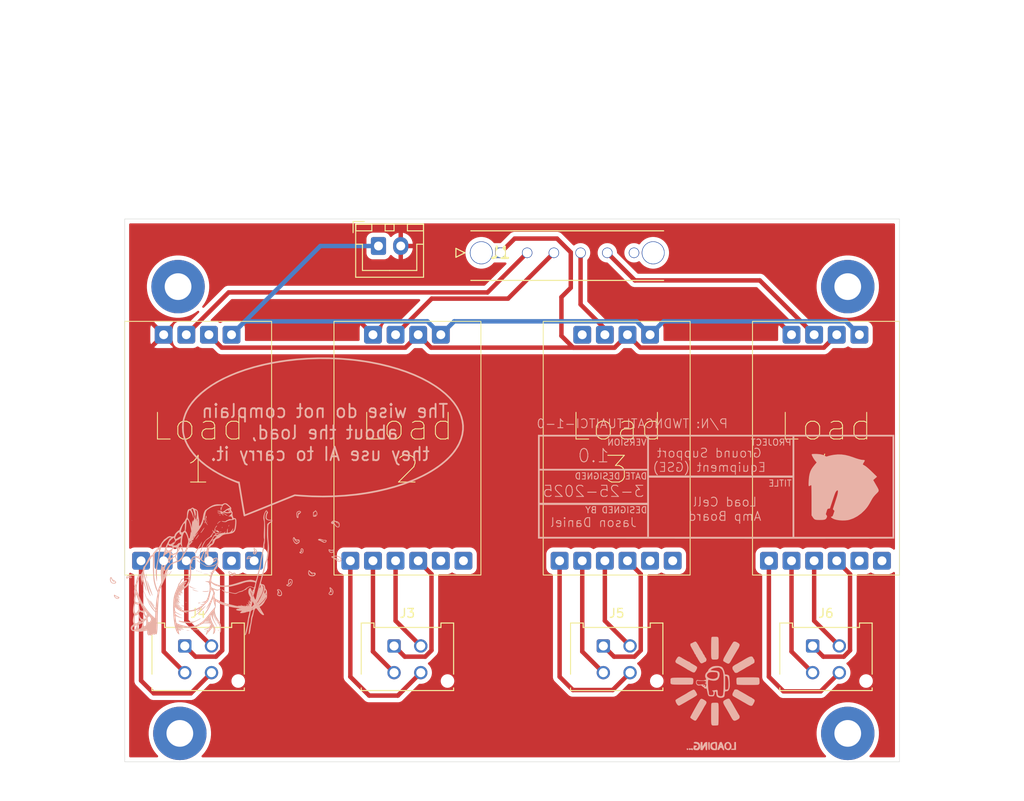
<source format=kicad_pcb>
(kicad_pcb (version 20241229) (generator "pcbnew") (generator_version "9.0")
  (layers (0 "F.Cu" signal) (2 "B.Cu" signal) (13 "F.Paste" user) (15 "B.Paste" user) (5 "F.SilkS" user "F.Silkscreen") (7 "B.SilkS" user "B.Silkscreen") (1 "F.Mask" user) (3 "B.Mask" user) (25 "Edge.Cuts" user))
  (net 0 "")
  (net 1 "GND")
  (net 2 "Net-(HX1-A+)")
  (net 3 "Net-(HX1-A-)")
  (net 4 "Net-(HX1-VCC)")
  (net 6 "Net-(HX1-E+)")
  (net 7 "Net-(HX1-DT)")
  (net 8 "Net-(HX1-SCK)")
  (net 9 "Net-(HX1-E-)")
  (net 12 "Net-(HX2-A-)")
  (net 13 "Net-(HX2-DT)")
  (net 15 "Net-(HX2-E-)")
  (net 16 "Net-(HX2-E+)")
  (net 17 "Net-(HX2-A+)")
  (net 18 "Net-(HX3-E-)")
  (net 21 "Net-(HX3-E+)")
  (net 22 "Net-(HX3-DT)")
  (net 23 "Net-(HX3-A+)")
  (net 24 "Net-(HX3-A-)")
  (net 25 "Net-(HX4-A+)")
  (net 27 "Net-(HX4-E-)")
  (net 28 "Net-(HX4-E+)")
  (net 29 "Net-(HX4-A-)")
  (net 31 "Net-(HX4-DT)")
  (footprint "=Custom Holes:M3 Plated Screwhole" (layer "F.Cu") (at 117.8 83.4)
    (property "Reference" "REF**" (hide yes))
    (property "Value" "M3 Plated Screwhole" (hide yes))
    (pad "1" thru_hole circle (at 0 0) (size 6 6) (drill 3) (layers "*.Cu" "*.Mask"))
  )
  (footprint "Connector_Molex:Molex_Micro-Fit_3.0_43045-0412_2x02_P3.00mm_Vertical" (layer "F.Cu") (at 189.055437 123.775437)
    (property "Reference" "J6" (at 1.5 -3.67 0) (layer "F.SilkS"))
    (property "Value" "Conn_01x04_Socket")
    (pad "" np_thru_hole circle (at -3 3.94) (size 1.02 1.02) (drill 1.02) (layers "*.Cu" "*.Mask"))
    (pad "" np_thru_hole circle (at 6 3.94) (size 1.02 1.02) (drill 1.02) (layers "*.Cu" "*.Mask"))
    (pad "1" thru_hole roundrect (at 0 0) (size 1.5 1.5) (drill 1.02) (layers "*.Cu" "*.Mask") (roundrect_rratio 0.166667) (net 25 "Net-(HX4-A+)"))
    (pad "2" thru_hole circle (at 3 0) (size 1.5 1.5) (drill 1.02) (layers "*.Cu" "*.Mask") (net 29 "Net-(HX4-A-)"))
    (pad "3" thru_hole circle (at 0 3) (size 1.5 1.5) (drill 1.02) (layers "*.Cu" "*.Mask") (net 27 "Net-(HX4-E-)"))
    (pad "4" thru_hole circle (at 3 3) (size 1.5 1.5) (drill 1.02) (layers "*.Cu" "*.Mask") (net 28 "Net-(HX4-E+)"))
  )
  (footprint "Connector_Molex:Molex_Micro-Fit_3.0_43650-0619_1x06_P3.00mm_Vertical" (layer "F.Cu") (at 154 79.6 180)
    (property "Reference" "J1" (at 0 0 0) (layer "F.SilkS") (effects (font (size 1.27 1.27) (thickness 0.254))))
    (property "Value" "Conn_01x06" (hide yes))
    (pad "1" thru_hole rect (at 0 0 180) (size 1.17 1.17) (drill 1.02) (layers "*.Cu" "*.Mask") (net 8 "Net-(HX1-SCK)"))
    (pad "2" thru_hole circle (at -3 0 180) (size 1.17 1.17) (drill 1.02) (layers "*.Cu" "*.Mask") (net 7 "Net-(HX1-DT)"))
    (pad "3" thru_hole circle (at -6 0 180) (size 1.17 1.17) (drill 1.02) (layers "*.Cu" "*.Mask") (net 13 "Net-(HX2-DT)"))
    (pad "4" thru_hole circle (at -9 0 180) (size 1.17 1.17) (drill 1.02) (layers "*.Cu" "*.Mask") (net 22 "Net-(HX3-DT)"))
    (pad "5" thru_hole circle (at -12 0 180) (size 1.17 1.17) (drill 1.02) (layers "*.Cu" "*.Mask") (net 31 "Net-(HX4-DT)"))
    (pad "6" thru_hole circle (at -15 0 180) (size 1.17 1.17) (drill 1.02) (layers "*.Cu" "*.Mask"))
    (pad "7" thru_hole circle (at 2.15 0 180) (size 2.56 2.56) (drill 2.41) (layers "*.Cu" "*.Mask"))
    (pad "8" thru_hole circle (at -17.15 0 180) (size 2.56 2.56) (drill 2.41) (layers "*.Cu" "*.Mask"))
  )
  (footprint "=Custom Holes:M3 Plated Screwhole" (layer "F.Cu") (at 118 133.6)
    (property "Reference" "REF**" (hide yes))
    (property "Value" "M3 Plated Screwhole" (hide yes))
    (pad "1" thru_hole circle (at 0 0) (size 6 6) (drill 3) (layers "*.Cu" "*.Mask"))
  )
  (footprint "_Arduino_Custom:HX711 Load Cell Amp Board" (layer "F.Cu") (at 170.805437 88.805437 90)
    (property "Reference" "HX3" (hide yes))
    (property "Value" "~" (hide yes))
    (pad "1" thru_hole roundrect (at 0 0 90) (size 2 2) (drill 1) (layers "*.Cu" "*.Mask") (roundrect_rratio 0.15) (net 4 "Net-(HX1-VCC)"))
    (pad "2" thru_hole roundrect (at 0 -2.54 90) (size 2 2) (drill 1) (layers "*.Cu" "*.Mask") (roundrect_rratio 0.15) (net 8 "Net-(HX1-SCK)"))
    (pad "3" thru_hole roundrect (at 0 -5.08 90) (size 2 2) (drill 1) (layers "*.Cu" "*.Mask") (roundrect_rratio 0.15) (net 22 "Net-(HX3-DT)"))
    (pad "4" thru_hole roundrect (at 0 -7.62 90) (size 2 2) (drill 1) (layers "*.Cu" "*.Mask") (roundrect_rratio 0.15) (net 1 "GND"))
    (pad "5" thru_hole roundrect (at -25.4 -10.16 90) (size 2 2) (drill 1) (layers "*.Cu" "*.Mask") (roundrect_rratio 0.15) (net 21 "Net-(HX3-E+)"))
    (pad "6" thru_hole roundrect (at -25.4 -7.62 90) (size 2 2) (drill 1) (layers "*.Cu" "*.Mask") (roundrect_rratio 0.15) (net 18 "Net-(HX3-E-)"))
    (pad "7" thru_hole roundrect (at -25.4 -5.08 90) (size 2 2) (drill 1) (layers "*.Cu" "*.Mask") (roundrect_rratio 0.15) (net 24 "Net-(HX3-A-)"))
    (pad "8" thru_hole roundrect (at -25.4 -2.54 90) (size 2 2) (drill 1) (layers "*.Cu" "*.Mask") (roundrect_rratio 0.15) (net 23 "Net-(HX3-A+)"))
    (pad "9" thru_hole roundrect (at -25.4 0 90) (size 2 2) (drill 1) (layers "*.Cu" "*.Mask") (roundrect_rratio 0.15))
    (pad "10" thru_hole roundrect (at -25.4 2.54 90) (size 2 2) (drill 1) (layers "*.Cu" "*.Mask") (roundrect_rratio 0.15))
  )
  (footprint "_Arduino_Custom:HX711 Load Cell Amp Board" (layer "F.Cu") (at 123.805437 88.805437 90)
    (property "Reference" "HX1" (hide yes))
    (property "Value" "~" (hide yes))
    (pad "1" thru_hole roundrect (at 0 0 90) (size 2 2) (drill 1) (layers "*.Cu" "*.Mask") (roundrect_rratio 0.15) (net 4 "Net-(HX1-VCC)"))
    (pad "2" thru_hole roundrect (at 0 -2.54 90) (size 2 2) (drill 1) (layers "*.Cu" "*.Mask") (roundrect_rratio 0.15) (net 8 "Net-(HX1-SCK)"))
    (pad "3" thru_hole roundrect (at 0 -5.08 90) (size 2 2) (drill 1) (layers "*.Cu" "*.Mask") (roundrect_rratio 0.15) (net 7 "Net-(HX1-DT)"))
    (pad "4" thru_hole roundrect (at 0 -7.62 90) (size 2 2) (drill 1) (layers "*.Cu" "*.Mask") (roundrect_rratio 0.15) (net 1 "GND"))
    (pad "5" thru_hole roundrect (at -25.4 -10.16 90) (size 2 2) (drill 1) (layers "*.Cu" "*.Mask") (roundrect_rratio 0.15) (net 6 "Net-(HX1-E+)"))
    (pad "6" thru_hole roundrect (at -25.4 -7.62 90) (size 2 2) (drill 1) (layers "*.Cu" "*.Mask") (roundrect_rratio 0.15) (net 9 "Net-(HX1-E-)"))
    (pad "7" thru_hole roundrect (at -25.4 -5.08 90) (size 2 2) (drill 1) (layers "*.Cu" "*.Mask") (roundrect_rratio 0.15) (net 3 "Net-(HX1-A-)"))
    (pad "8" thru_hole roundrect (at -25.4 -2.54 90) (size 2 2) (drill 1) (layers "*.Cu" "*.Mask") (roundrect_rratio 0.15) (net 2 "Net-(HX1-A+)"))
    (pad "9" thru_hole roundrect (at -25.4 0 90) (size 2 2) (drill 1) (layers "*.Cu" "*.Mask") (roundrect_rratio 0.15))
    (pad "10" thru_hole roundrect (at -25.4 2.54 90) (size 2 2) (drill 1) (layers "*.Cu" "*.Mask") (roundrect_rratio 0.15))
  )
  (footprint "Connector_Molex:Molex_Micro-Fit_3.0_43045-0412_2x02_P3.00mm_Vertical" (layer "F.Cu") (at 142.055437 123.775437)
    (property "Reference" "J3" (at 1.5 -3.67 0) (layer "F.SilkS"))
    (property "Value" "Conn_01x04_Socket")
    (pad "" np_thru_hole circle (at -3 3.94) (size 1.02 1.02) (drill 1.02) (layers "*.Cu" "*.Mask"))
    (pad "" np_thru_hole circle (at 6 3.94) (size 1.02 1.02) (drill 1.02) (layers "*.Cu" "*.Mask"))
    (pad "1" thru_hole roundrect (at 0 0) (size 1.5 1.5) (drill 1.02) (layers "*.Cu" "*.Mask") (roundrect_rratio 0.166667) (net 17 "Net-(HX2-A+)"))
    (pad "2" thru_hole circle (at 3 0) (size 1.5 1.5) (drill 1.02) (layers "*.Cu" "*.Mask") (net 12 "Net-(HX2-A-)"))
    (pad "3" thru_hole circle (at 0 3) (size 1.5 1.5) (drill 1.02) (layers "*.Cu" "*.Mask") (net 15 "Net-(HX2-E-)"))
    (pad "4" thru_hole circle (at 3 3) (size 1.5 1.5) (drill 1.02) (layers "*.Cu" "*.Mask") (net 16 "Net-(HX2-E+)"))
  )
  (footprint "=Custom Holes:M3 Plated Screwhole" (layer "F.Cu") (at 193 83.4)
    (property "Reference" "REF**" (hide yes))
    (property "Value" "M3 Plated Screwhole" (hide yes))
    (pad "1" thru_hole circle (at 0 0) (size 6 6) (drill 3) (layers "*.Cu" "*.Mask"))
  )
  (footprint "_Arduino_Custom:HX711 Load Cell Amp Board" (layer "F.Cu") (at 194.305437 88.805437 90)
    (property "Reference" "HX4" (hide yes))
    (property "Value" "~" (hide yes))
    (pad "1" thru_hole roundrect (at 0 0 90) (size 2 2) (drill 1) (layers "*.Cu" "*.Mask") (roundrect_rratio 0.15) (net 4 "Net-(HX1-VCC)"))
    (pad "2" thru_hole roundrect (at 0 -2.54 90) (size 2 2) (drill 1) (layers "*.Cu" "*.Mask") (roundrect_rratio 0.15) (net 8 "Net-(HX1-SCK)"))
    (pad "3" thru_hole roundrect (at 0 -5.08 90) (size 2 2) (drill 1) (layers "*.Cu" "*.Mask") (roundrect_rratio 0.15) (net 31 "Net-(HX4-DT)"))
    (pad "4" thru_hole roundrect (at 0 -7.62 90) (size 2 2) (drill 1) (layers "*.Cu" "*.Mask") (roundrect_rratio 0.15) (net 1 "GND"))
    (pad "5" thru_hole roundrect (at -25.4 -10.16 90) (size 2 2) (drill 1) (layers "*.Cu" "*.Mask") (roundrect_rratio 0.15) (net 28 "Net-(HX4-E+)"))
    (pad "6" thru_hole roundrect (at -25.4 -7.62 90) (size 2 2) (drill 1) (layers "*.Cu" "*.Mask") (roundrect_rratio 0.15) (net 27 "Net-(HX4-E-)"))
    (pad "7" thru_hole roundrect (at -25.4 -5.08 90) (size 2 2) (drill 1) (layers "*.Cu" "*.Mask") (roundrect_rratio 0.15) (net 29 "Net-(HX4-A-)"))
    (pad "8" thru_hole roundrect (at -25.4 -2.54 90) (size 2 2) (drill 1) (layers "*.Cu" "*.Mask") (roundrect_rratio 0.15) (net 25 "Net-(HX4-A+)"))
    (pad "9" thru_hole roundrect (at -25.4 0 90) (size 2 2) (drill 1) (layers "*.Cu" "*.Mask") (roundrect_rratio 0.15))
    (pad "10" thru_hole roundrect (at -25.4 2.54 90) (size 2 2) (drill 1) (layers "*.Cu" "*.Mask") (roundrect_rratio 0.15))
  )
  (footprint "Connector_Molex:Molex_Micro-Fit_3.0_43045-0412_2x02_P3.00mm_Vertical" (layer "F.Cu") (at 118.555437 123.775437)
    (property "Reference" "J4" (at 1.5 -3.67 0) (layer "F.SilkS"))
    (property "Value" "Conn_01x04_Socket")
    (pad "" np_thru_hole circle (at -3 3.94) (size 1.02 1.02) (drill 1.02) (layers "*.Cu" "*.Mask"))
    (pad "" np_thru_hole circle (at 6 3.94) (size 1.02 1.02) (drill 1.02) (layers "*.Cu" "*.Mask"))
    (pad "1" thru_hole roundrect (at 0 0) (size 1.5 1.5) (drill 1.02) (layers "*.Cu" "*.Mask") (roundrect_rratio 0.166667) (net 2 "Net-(HX1-A+)"))
    (pad "2" thru_hole circle (at 3 0) (size 1.5 1.5) (drill 1.02) (layers "*.Cu" "*.Mask") (net 3 "Net-(HX1-A-)"))
    (pad "3" thru_hole circle (at 0 3) (size 1.5 1.5) (drill 1.02) (layers "*.Cu" "*.Mask") (net 9 "Net-(HX1-E-)"))
    (pad "4" thru_hole circle (at 3 3) (size 1.5 1.5) (drill 1.02) (layers "*.Cu" "*.Mask") (net 6 "Net-(HX1-E+)"))
  )
  (footprint "Connector_JST:JST_XH_B2B-XH-A_1x02_P2.50mm_Vertical" (layer "F.Cu") (at 140.305437 78.834562)
    (property "Reference" "J2" (hide yes))
    (property "Value" "Conn_01x02")
    (pad "1" thru_hole roundrect (at 0 0) (size 1.7 2) (drill 1) (layers "*.Cu" "*.Mask") (roundrect_rratio 0.147059) (net 4 "Net-(HX1-VCC)"))
    (pad "2" thru_hole oval (at 2.5 0) (size 1.7 2) (drill 1) (layers "*.Cu" "*.Mask") (net 1 "GND"))
  )
  (footprint "_Arduino_Custom:HX711 Load Cell Amp Board" (layer "F.Cu") (at 147.305437 88.805437 90)
    (property "Reference" "HX2" (hide yes))
    (property "Value" "~" (hide yes))
    (pad "1" thru_hole roundrect (at 0 0 90) (size 2 2) (drill 1) (layers "*.Cu" "*.Mask") (roundrect_rratio 0.15) (net 4 "Net-(HX1-VCC)"))
    (pad "2" thru_hole roundrect (at 0 -2.54 90) (size 2 2) (drill 1) (layers "*.Cu" "*.Mask") (roundrect_rratio 0.15) (net 8 "Net-(HX1-SCK)"))
    (pad "3" thru_hole roundrect (at 0 -5.08 90) (size 2 2) (drill 1) (layers "*.Cu" "*.Mask") (roundrect_rratio 0.15) (net 13 "Net-(HX2-DT)"))
    (pad "4" thru_hole roundrect (at 0 -7.62 90) (size 2 2) (drill 1) (layers "*.Cu" "*.Mask") (roundrect_rratio 0.15) (net 1 "GND"))
    (pad "5" thru_hole roundrect (at -25.4 -10.16 90) (size 2 2) (drill 1) (layers "*.Cu" "*.Mask") (roundrect_rratio 0.15) (net 16 "Net-(HX2-E+)"))
    (pad "6" thru_hole roundrect (at -25.4 -7.62 90) (size 2 2) (drill 1) (layers "*.Cu" "*.Mask") (roundrect_rratio 0.15) (net 15 "Net-(HX2-E-)"))
    (pad "7" thru_hole roundrect (at -25.4 -5.08 90) (size 2 2) (drill 1) (layers "*.Cu" "*.Mask") (roundrect_rratio 0.15) (net 12 "Net-(HX2-A-)"))
    (pad "8" thru_hole roundrect (at -25.4 -2.54 90) (size 2 2) (drill 1) (layers "*.Cu" "*.Mask") (roundrect_rratio 0.15) (net 17 "Net-(HX2-A+)"))
    (pad "9" thru_hole roundrect (at -25.4 0 90) (size 2 2) (drill 1) (layers "*.Cu" "*.Mask") (roundrect_rratio 0.15))
    (pad "10" thru_hole roundrect (at -25.4 2.54 90) (size 2 2) (drill 1) (layers "*.Cu" "*.Mask") (roundrect_rratio 0.15))
  )
  (footprint "Connector_Molex:Molex_Micro-Fit_3.0_43045-0412_2x02_P3.00mm_Vertical" (layer "F.Cu") (at 165.555437 123.775437)
    (property "Reference" "J5" (at 1.5 -3.67 0) (layer "F.SilkS"))
    (property "Value" "Conn_01x04_Socket")
    (pad "" np_thru_hole circle (at -3 3.94) (size 1.02 1.02) (drill 1.02) (layers "*.Cu" "*.Mask"))
    (pad "" np_thru_hole circle (at 6 3.94) (size 1.02 1.02) (drill 1.02) (layers "*.Cu" "*.Mask"))
    (pad "1" thru_hole roundrect (at 0 0) (size 1.5 1.5) (drill 1.02) (layers "*.Cu" "*.Mask") (roundrect_rratio 0.166667) (net 23 "Net-(HX3-A+)"))
    (pad "2" thru_hole circle (at 3 0) (size 1.5 1.5) (drill 1.02) (layers "*.Cu" "*.Mask") (net 24 "Net-(HX3-A-)"))
    (pad "3" thru_hole circle (at 0 3) (size 1.5 1.5) (drill 1.02) (layers "*.Cu" "*.Mask") (net 18 "Net-(HX3-E-)"))
    (pad "4" thru_hole circle (at 3 3) (size 1.5 1.5) (drill 1.02) (layers "*.Cu" "*.Mask") (net 21 "Net-(HX3-E+)"))
  )
  (footprint "=Custom Holes:M3 Plated Screwhole" (layer "F.Cu") (at 193 133.6)
    (property "Reference" "REF**" (hide yes))
    (property "Value" "M3 Plated Screwhole" (hide yes))
    (pad "1" thru_hole circle (at 0 0) (size 6 6) (drill 3) (layers "*.Cu" "*.Mask"))
  )
  (footprint "=Graphics:Amogus Gun 10x10" (layer "B.Cu") (at 178.1 129.1 180)
    (property "Reference" "G***" (hide yes))
    (property "Value" "LOGO" (hide yes))
  )
  (footprint "=Graphics:Oogway wisdom 40x32" (layer "B.Cu") (at 130 106.8 180)
    (property "Reference" "G***" (hide yes))
    (property "Value" "LOGO" (hide yes))
  )
  (footprint "=Graphics:NCR TItle Block 40x11.7mm" (layer "B.Cu") (at 178.2 105.9 180)
    (property "Reference" "G***" (hide yes))
    (property "Value" "LOGO" (hide yes))
    (fp_text user "DESIGNED BY" (at 11.2 -2.6 0) (layer "B.SilkS") (effects (font (size 0.7 0.7) (thickness 0.1)) (justify mirror)))
    (fp_text user "DATE DESIGNED" (at 11.8 1.2 0) (layer "B.SilkS") (effects (font (size 0.7 0.7) (thickness 0.1)) (justify mirror)))
    (fp_text user "VERSION" (at 10 5 0) (layer "B.SilkS") (effects (font (size 0.7 0.7) (thickness 0.1)) (justify mirror)))
    (fp_text user "PROJECT" (at -6.2 5 0) (layer "B.SilkS") (effects (font (size 0.7 0.7) (thickness 0.1)) (justify mirror)))
    (fp_text user "TITLE" (at -7.2 0.4 0) (layer "B.SilkS") (effects (font (size 0.7 0.7) (thickness 0.1)) (justify mirror)))
  )
  (gr_rect (start 111.805437 75.794562) (end 198.805437 136.794562) (stroke (width 0.05)) (fill no) (layer "Edge.Cuts"))
  (gr_text "Load\n1" (at 120.055437 101.555437 0) (layer "F.SilkS") (effects (font (size 3 3) (thickness 0.1))))
  (gr_text "Load\n3" (at 167.055437 101.555437 0) (layer "F.SilkS") (effects (font (size 3 3) (thickness 0.1))))
  (gr_text "Load\n2" (at 143.555437 101.555437 0) (layer "F.SilkS") (effects (font (size 3 3) (thickness 0.1))))
  (gr_text "Load\n4" (at 190.555437 101.555437 0) (layer "F.SilkS") (effects (font (size 3 3) (thickness 0.1))))
  (gr_text "The wise do not complain \nabout the load, \nthey use AI to carry it." (at 133.75 99.8 0) (layer "B.SilkS") (effects (font (size 1.5 1.4) (thickness 0.2)) (justify mirror)))
  (gr_text "P/N: TWDNCATLTUAITCI-1-0" (at 168.8 98.8 0) (layer "B.SilkS") (effects (font (size 1 1) (thickness 0.1)) (justify mirror)))
  (gr_text "Jason Daniel" (at 164.444985 109.9 0) (layer "B.SilkS") (effects (font (size 1 1) (thickness 0.1)) (justify mirror)))
  (gr_text "3-25-2025" (at 164.45 106.4 0) (layer "B.SilkS") (effects (font (size 1.25 1.25) (thickness 0.1)) (justify mirror)))
  (gr_text "1.0" (at 164.45 102.4 0) (layer "B.SilkS") (effects (font (size 1.5 1.5) (thickness 0.1)) (justify mirror)))
  (gr_text "Load Cell\nAmp Board" (at 179.2 108.4 0) (layer "B.SilkS") (effects (font (size 1 1) (thickness 0.1)) (justify mirror)))
  (gr_text "Ground Support\nEquipment (GSE)" (at 177.45 102.9 0) (layer "B.SilkS") (effects (font (size 1 1) (thickness 0.1)) (justify mirror)))
  (segment (start 122.756437 115.696437) (end 122.756437 124.272908) (width 0.5) (layer "F.Cu") (net 2))
  (segment (start 119.756437 124.976437) (end 118.555437 123.775437) (width 0.5) (layer "F.Cu") (net 2))
  (segment (start 122.756437 124.272908) (end 122.052908 124.976437) (width 0.5) (layer "F.Cu") (net 2))
  (segment (start 121.265437 114.205437) (end 122.756437 115.696437) (width 0.5) (layer "F.Cu") (net 2))
  (segment (start 122.052908 124.976437) (end 119.756437 124.976437) (width 0.5) (layer "F.Cu") (net 2))
  (segment (start 118.725437 114.205437) (end 118.725437 120.945437) (width 0.5) (layer "F.Cu") (net 3))
  (segment (start 118.725437 120.945437) (end 121.555437 123.775437) (width 0.5) (layer "F.Cu") (net 3))
  (segment (start 147.305437 88.805437) (end 148.810874 87.3) (width 0.5) (layer "B.Cu") (net 4))
  (segment (start 145.8 87.3) (end 147.305437 88.805437) (width 0.5) (layer "B.Cu") (net 4))
  (segment (start 140.305437 78.834562) (end 133.776312 78.834562) (width 0.5) (layer "B.Cu") (net 4))
  (segment (start 192.8 87.3) (end 194.305437 88.805437) (width 0.5) (layer "B.Cu") (net 4))
  (segment (start 125.310874 87.3) (end 145.8 87.3) (width 0.5) (layer "B.Cu") (net 4))
  (segment (start 172.310874 87.3) (end 192.8 87.3) (width 0.5) (layer "B.Cu") (net 4))
  (segment (start 169.3 87.3) (end 170.805437 88.805437) (width 0.5) (layer "B.Cu") (net 4))
  (segment (start 170.805437 88.805437) (end 172.310874 87.3) (width 0.5) (layer "B.Cu") (net 4))
  (segment (start 123.805437 88.805437) (end 125.310874 87.3) (width 0.5) (layer "B.Cu") (net 4))
  (segment (start 148.810874 87.3) (end 169.3 87.3) (width 0.5) (layer "B.Cu") (net 4))
  (segment (start 133.776312 78.834562) (end 123.805437 88.805437) (width 0.5) (layer "B.Cu") (net 4))
  (segment (start 113.645437 114.205437) (end 113.645437 127.670437) (width 0.5) (layer "F.Cu") (net 6))
  (segment (start 113.645437 127.670437) (end 115.075 129.1) (width 0.5) (layer "F.Cu") (net 6))
  (segment (start 119.230874 129.1) (end 121.555437 126.775437) (width 0.5) (layer "F.Cu") (net 6))
  (segment (start 115.075 129.1) (end 119.230874 129.1) (width 0.5) (layer "F.Cu") (net 6))
  (segment (start 157 79.6) (end 152.551 84.049) (width 0.5) (layer "F.Cu") (net 7))
  (segment (start 152.551 84.049) (end 123.481874 84.049) (width 0.5) (layer "F.Cu") (net 7))
  (segment (start 123.481874 84.049) (end 118.725437 88.805437) (width 0.5) (layer "F.Cu") (net 7))
  (segment (start 160.35 78) (end 161.9 79.55) (width 0.5) (layer "F.Cu") (net 8))
  (segment (start 122.716437 90.256437) (end 121.265437 88.805437) (width 0.5) (layer "F.Cu") (net 8))
  (segment (start 160.85 88.932076) (end 162.174361 90.256437) (width 0.5) (layer "F.Cu") (net 8))
  (segment (start 146.216437 90.256437) (end 144.765437 88.805437) (width 0.5) (layer "F.Cu") (net 8))
  (segment (start 162.174361 90.256437) (end 166.814437 90.256437) (width 0.5) (layer "F.Cu") (net 8))
  (segment (start 161.9 83.525) (end 160.85 84.575) (width 0.5) (layer "F.Cu") (net 8))
  (segment (start 166.814437 90.256437) (end 146.216437 90.256437) (width 0.5) (layer "F.Cu") (net 8))
  (segment (start 160.85 84.575) (end 160.85 88.932076) (width 0.5) (layer "F.Cu") (net 8))
  (segment (start 143.314437 90.256437) (end 122.716437 90.256437) (width 0.5) (layer "F.Cu") (net 8))
  (segment (start 161.9 79.55) (end 161.9 83.525) (width 0.5) (layer "F.Cu") (net 8))
  (segment (start 168.265437 88.805437) (end 169.716437 90.256437) (width 0.5) (layer "F.Cu") (net 8))
  (segment (start 154 79.6) (end 155.6 78) (width 0.5) (layer "F.Cu") (net 8))
  (segment (start 155.6 78) (end 160.35 78) (width 0.5) (layer "F.Cu") (net 8))
  (segment (start 190.314437 90.256437) (end 191.765437 88.805437) (width 0.5) (layer "F.Cu") (net 8))
  (segment (start 169.716437 90.256437) (end 190.314437 90.256437) (width 0.5) (layer "F.Cu") (net 8))
  (segment (start 168.265437 88.805437) (end 166.814437 90.256437) (width 0.5) (layer "F.Cu") (net 8))
  (segment (start 144.765437 88.805437) (end 143.314437 90.256437) (width 0.5) (layer "F.Cu") (net 8))
  (segment (start 116.185437 114.205437) (end 116.185437 124.405437) (width 0.5) (layer "F.Cu") (net 9))
  (segment (start 116.185437 124.405437) (end 118.555437 126.775437) (width 0.5) (layer "F.Cu") (net 9))
  (segment (start 142.225437 120.945437) (end 145.055437 123.775437) (width 0.5) (layer "F.Cu") (net 12))
  (segment (start 142.225437 114.205437) (end 142.225437 120.945437) (width 0.5) (layer "F.Cu") (net 12))
  (segment (start 146.280874 84.75) (end 142.225437 88.805437) (width 0.5) (layer "F.Cu") (net 13))
  (segment (start 154.85 84.75) (end 146.280874 84.75) (width 0.5) (layer "F.Cu") (net 13))
  (segment (start 160 79.6) (end 154.85 84.75) (width 0.5) (layer "F.Cu") (net 13))
  (segment (start 139.685437 114.205437) (end 139.685437 124.405437) (width 0.5) (layer "F.Cu") (net 15))
  (segment (start 139.685437 124.405437) (end 142.055437 126.775437) (width 0.5) (layer "F.Cu") (net 15))
  (segment (start 137.145437 127.235207) (end 139.26023 129.35) (width 0.5) (layer "F.Cu") (net 16))
  (segment (start 137.145437 114.205437) (end 137.145437 127.235207) (width 0.5) (layer "F.Cu") (net 16))
  (segment (start 139.26023 129.35) (end 142.480874 129.35) (width 0.5) (layer "F.Cu") (net 16))
  (segment (start 142.480874 129.35) (end 145.055437 126.775437) (width 0.5) (layer "F.Cu") (net 16))
  (segment (start 143.256437 124.976437) (end 142.055437 123.775437) (width 0.5) (layer "F.Cu") (net 17))
  (segment (start 146.256437 115.696437) (end 146.256437 124.272908) (width 0.5) (layer "F.Cu") (net 17))
  (segment (start 144.765437 114.205437) (end 146.256437 115.696437) (width 0.5) (layer "F.Cu") (net 17))
  (segment (start 145.552908 124.976437) (end 143.256437 124.976437) (width 0.5) (layer "F.Cu") (net 17))
  (segment (start 146.256437 124.272908) (end 145.552908 124.976437) (width 0.5) (layer "F.Cu") (net 17))
  (segment (start 163.185437 124.405437) (end 165.555437 126.775437) (width 0.5) (layer "F.Cu") (net 18))
  (segment (start 163.185437 114.205437) (end 163.185437 124.405437) (width 0.5) (layer "F.Cu") (net 18))
  (segment (start 162.13523 128.725) (end 166.605874 128.725) (width 0.5) (layer "F.Cu") (net 21))
  (segment (start 166.605874 128.725) (end 168.555437 126.775437) (width 0.5) (layer "F.Cu") (net 21))
  (segment (start 160.645437 127.235207) (end 162.13523 128.725) (width 0.5) (layer "F.Cu") (net 21))
  (segment (start 160.645437 114.205437) (end 160.645437 127.235207) (width 0.5) (layer "F.Cu") (net 21))
  (segment (start 163 79.6) (end 163 85.4) (width 0.5) (layer "F.Cu") (net 22))
  (segment (start 163 85.4) (end 165.725437 88.125437) (width 0.5) (layer "F.Cu") (net 22))
  (segment (start 165.725437 88.125437) (end 165.725437 88.805437) (width 0.5) (layer "F.Cu") (net 22))
  (segment (start 169.756437 115.696437) (end 169.756437 124.272908) (width 0.5) (layer "F.Cu") (net 23))
  (segment (start 168.265437 114.205437) (end 169.756437 115.696437) (width 0.5) (layer "F.Cu") (net 23))
  (segment (start 169.052908 124.976437) (end 166.756437 124.976437) (width 0.5) (layer "F.Cu") (net 23))
  (segment (start 169.756437 124.272908) (end 169.052908 124.976437) (width 0.5) (layer "F.Cu") (net 23))
  (segment (start 166.756437 124.976437) (end 165.555437 123.775437) (width 0.5) (layer "F.Cu") (net 23))
  (segment (start 165.725437 120.945437) (end 168.555437 123.775437) (width 0.5) (layer "F.Cu") (net 24))
  (segment (start 165.725437 114.205437) (end 165.725437 120.945437) (width 0.5) (layer "F.Cu") (net 24))
  (segment (start 193.256437 124.272908) (end 192.552908 124.976437) (width 0.5) (layer "F.Cu") (net 25))
  (segment (start 191.765437 114.205437) (end 193.256437 115.696437) (width 0.5) (layer "F.Cu") (net 25))
  (segment (start 192.552908 124.976437) (end 190.256437 124.976437) (width 0.5) (layer "F.Cu") (net 25))
  (segment (start 190.256437 124.976437) (end 189.055437 123.775437) (width 0.5) (layer "F.Cu") (net 25))
  (segment (start 193.256437 115.696437) (end 193.256437 124.272908) (width 0.5) (layer "F.Cu") (net 25))
  (segment (start 186.685437 114.205437) (end 186.685437 124.405437) (width 0.5) (layer "F.Cu") (net 27))
  (segment (start 186.685437 124.405437) (end 189.055437 126.775437) (width 0.5) (layer "F.Cu") (net 27))
  (segment (start 184.145437 114.205437) (end 184.145437 127.235207) (width 0.5) (layer "F.Cu") (net 28))
  (segment (start 184.145437 127.235207) (end 185.78523 128.875) (width 0.5) (layer "F.Cu") (net 28))
  (segment (start 185.78523 128.875) (end 189.955874 128.875) (width 0.5) (layer "F.Cu") (net 28))
  (segment (start 189.955874 128.875) (end 192.055437 126.775437) (width 0.5) (layer "F.Cu") (net 28))
  (segment (start 189.225437 114.205437) (end 189.225437 120.945437) (width 0.5) (layer "F.Cu") (net 29))
  (segment (start 189.225437 120.945437) (end 192.055437 123.775437) (width 0.5) (layer "F.Cu") (net 29))
  (segment (start 166 79.6) (end 169.1 82.7) (width 0.5) (layer "F.Cu") (net 31))
  (segment (start 169.1 82.7) (end 183.12 82.7) (width 0.5) (layer "F.Cu") (net 31))
  (segment (start 183.12 82.7) (end 189.225437 88.805437) (width 0.5) (layer "F.Cu") (net 31))
  (zone (net 1) (net_name "GND") (layer "F.Cu") (connect_pads (clearance 0.5)) (min_thickness 0.25) (fill yes (thermal_gap 0.5) (thermal_bridge_width 0.5))
    (polygon (pts (xy 212.805437 51.194562) (xy 97.805437 51.194562) (xy 97.805437 141.194562) (xy 212.805437 141.194562)))
  )
)
</source>
